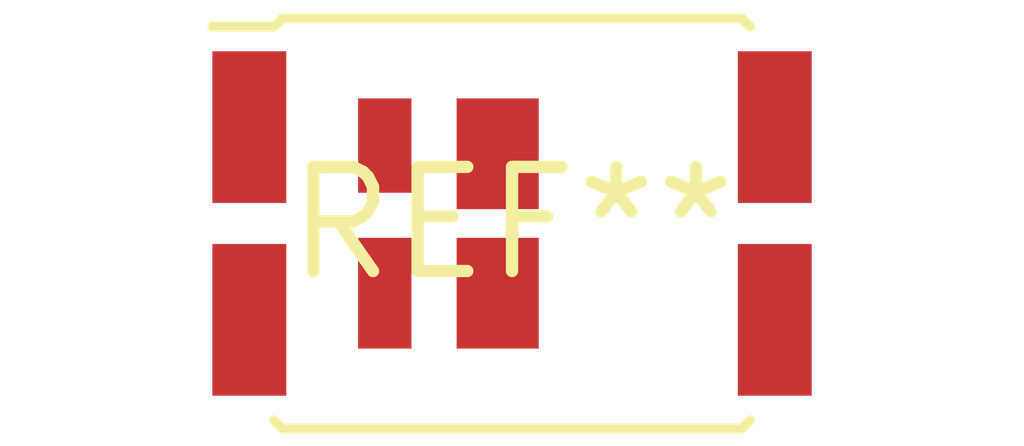
<source format=kicad_pcb>
(kicad_pcb (version 20240108) (generator pcbnew)
  (layers (0 "F.Cu" signal) (31 "B.Cu" signal) (34 "B.Paste" user) (35 "F.Paste" user) (36 "B.SilkS" user "B.Silkscreen") (37 "F.SilkS" user "F.Silkscreen") (38 "B.Mask" user) (39 "F.Mask" user) (44 "Edge.Cuts" user))
  (net 0 "")
  (footprint "DirectFET_MF" (layer "F.Cu") (at 0 0)
    (property "Reference" "REF**")
    (property "Value" "DirectFET_MF")
    (fp_line (start -3.65 -2.4) (end -2.9 -2.4) (layer "F.SilkS") (stroke (width 0.12)))
    (fp_line (start -2.9 -2.4) (end -2.8 -2.5) (layer "F.SilkS") (stroke (width 0.12)))
    (fp_line (start -2.8 -2.5) (end 2.8 -2.5) (layer "F.SilkS") (stroke (width 0.12)))
    (fp_line (start -2.8 2.5) (end -2.9 2.4) (layer "F.SilkS") (stroke (width 0.12)))
    (fp_line (start 2.8 -2.5) (end 2.9 -2.4) (layer "F.SilkS") (stroke (width 0.12)))
    (fp_line (start 2.8 2.5) (end -2.8 2.5) (layer "F.SilkS") (stroke (width 0.12)))
    (fp_line (start 2.9 2.4) (end 2.8 2.5) (layer "F.SilkS") (stroke (width 0.12)))
    (pad "1" smd rect (at -3.2 -1.175) (size 0.9 1.85) (layers "F.Cu" "F.Paste" "F.Mask"))
    (pad "1" smd rect (at -3.2 1.175) (size 0.9 1.85) (layers "F.Cu" "F.Paste" "F.Mask"))
    (pad "1" smd rect (at 3.2 -1.175) (size 0.9 1.85) (layers "F.Cu" "F.Paste" "F.Mask"))
    (pad "1" smd rect (at 3.2 1.175) (size 0.9 1.85) (layers "F.Cu" "F.Paste" "F.Mask"))
    (pad "2" smd rect (at -1.55 -0.95) (size 0.65 1.15) (layers "F.Cu" "F.Paste" "F.Mask"))
    (pad "3" smd rect (at -1.55 0.85) (size 0.65 1.35) (layers "F.Cu" "F.Paste" "F.Mask"))
    (pad "3" smd rect (at -0.175 -0.85) (size 1 1.35) (layers "F.Cu" "F.Paste" "F.Mask"))
    (pad "3" smd rect (at -0.175 0.85) (size 1 1.35) (layers "F.Cu" "F.Paste" "F.Mask"))
  )
)
</source>
